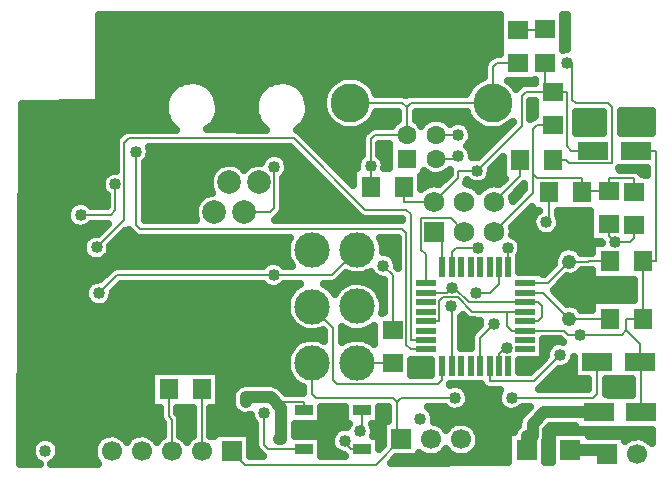
<source format=gbr>
G04 DipTrace 2.4.0.2*
%INTop.gbr*%
%MOIN*%
%ADD14C,0.006*%
%ADD15C,0.0394*%
%ADD16C,0.025*%
%ADD19R,0.0669X0.0669*%
%ADD20C,0.0669*%
%ADD21R,0.063X0.0709*%
%ADD22R,0.0709X0.063*%
%ADD23R,0.1024X0.063*%
%ADD24R,0.0709X0.0661*%
%ADD26R,0.0689X0.0689*%
%ADD27C,0.0689*%
%ADD29C,0.1181*%
%ADD30C,0.0787*%
%ADD32R,0.0669X0.0197*%
%ADD33R,0.0197X0.0669*%
%ADD34R,0.0591X0.0354*%
%ADD35R,0.063X0.063*%
%ADD36C,0.063*%
%ADD37C,0.1299*%
%ADD38C,0.048*%
%ADD39C,0.04*%
%FSLAX44Y44*%
G04*
G70*
G90*
G75*
G01*
%LNTop*%
%LPD*%
X18262Y12074D2*
D14*
X18526Y11810D1*
Y10907D1*
X18956Y6535D2*
X17154D1*
X17015Y6396D1*
Y5456D1*
X17159Y5313D1*
Y5149D1*
X17240Y13571D2*
Y13074D1*
X18262D1*
X7085Y10021D2*
X7696Y10631D1*
X12902D1*
X21282Y9096D2*
X21725D1*
X21864Y9235D1*
Y9587D1*
X21725Y9726D1*
X21282D1*
X16559Y10940D2*
X16869Y10631D1*
Y8789D1*
X14190Y7690D2*
Y6675D1*
X14330Y6535D1*
X16876D1*
X17015Y6396D1*
X20838Y6535D2*
X23549D1*
X23688Y6674D1*
Y7741D1*
X17159Y5149D2*
X16301Y4291D1*
X11965D1*
X11503Y4753D1*
X12902Y10631D2*
X14850D1*
X15690Y11472D1*
X18855Y10205D2*
X18691Y10041D1*
X17975D1*
X21282Y9726D2*
X19412D1*
X18933Y10205D1*
X18855D1*
X18262Y13074D2*
X19067Y13879D1*
Y14114D1*
X19684D1*
X23555Y14780D2*
X22830D1*
X22691Y14919D1*
Y16740D1*
X22228D1*
X21940D1*
Y17714D1*
X19684Y14114D2*
X21171Y15601D1*
Y16601D1*
X21310Y16740D1*
X22228D1*
X19262Y12074D2*
X18808Y12528D1*
X17808D1*
Y11481D1*
X17975Y11315D1*
Y10356D1*
X19715Y11521D2*
X18980D1*
X18841Y11382D1*
Y10907D1*
X20240Y9002D2*
X19786Y8548D1*
Y7600D1*
X20262Y12074D2*
X21552Y13365D1*
Y13991D1*
X21691Y13852D1*
X23200D1*
Y13388D1*
X21552Y13991D2*
Y15499D1*
X21691Y15638D1*
X22228D1*
X24076Y13425D2*
Y13849D1*
X24932D1*
Y13397D1*
X23200Y13388D2*
Y13425D1*
X24076D1*
X25153Y6056D2*
Y7741D1*
X25105D1*
Y8336D1*
X24659Y8782D1*
Y9178D1*
X25216D1*
X21282Y8781D2*
X20838D1*
X20699Y8920D1*
Y9411D1*
X19515D1*
X19036Y9891D1*
X18557D1*
X18418Y9752D1*
Y9096D1*
X17975D1*
X25216Y9178D2*
Y11084D1*
X24659Y8782D2*
X24520Y8643D1*
X23108D1*
X20699Y9411D2*
X20838D1*
X21282D1*
X23108Y8643D2*
X22730D1*
X22591Y8781D1*
X21282D1*
X20201Y16365D2*
Y17554D1*
X20340Y17693D1*
X21067D1*
X9503Y4753D2*
Y5813D1*
X9401Y5915D1*
Y6816D1*
X20201Y16365D2*
X17478D1*
X17339Y16226D1*
Y15298D1*
X16137Y14260D2*
Y13571D1*
X17339Y15298D2*
X16276D1*
X16137Y15159D1*
Y14260D1*
X15461Y16365D2*
X17200D1*
X17339Y16226D1*
X15281Y5106D2*
Y5021D1*
X15481Y4821D1*
X15855D1*
X15690Y7692D2*
X16869Y7687D1*
X20262Y13074D2*
X21129Y13941D1*
Y14451D1*
X25216Y11084D2*
X25639D1*
Y14780D1*
X24972D1*
X24113Y9178D2*
X23388D1*
X23385Y9181D1*
X22759D1*
X21900Y10041D1*
X21282D1*
X24076Y12323D2*
Y11917D1*
X24276Y11717D1*
X24297D1*
X24793D1*
X24932Y11856D1*
Y12295D1*
X22700Y17696D2*
X22859D1*
Y16479D1*
X22969Y16369D1*
X24037D1*
X24176Y16230D1*
Y14356D1*
X22750D1*
X22655Y14451D1*
X22231D1*
X22453Y7960D2*
X21580Y7087D1*
X20101D1*
Y7600D1*
X19056Y15298D2*
X18323D1*
X19056Y14593D2*
X18974Y14511D1*
X18323D1*
X14190Y9580D2*
X14890Y8881D1*
Y7130D1*
X15029Y6991D1*
X18387D1*
X18526Y7130D1*
Y7600D1*
X20668Y8214D2*
X20616D1*
X20416Y8014D1*
Y7600D1*
X24113Y11084D2*
X23388D1*
X23385Y11081D1*
X22759D1*
X22034Y10356D1*
X21282D1*
X21994Y12387D2*
X22097Y12490D1*
Y13388D1*
X7633Y13649D2*
Y12785D1*
X7485Y12637D1*
X6476D1*
X7002Y11551D2*
X7933Y12481D1*
Y15047D1*
X8072Y15186D1*
X13571D1*
X15961Y12796D1*
X17332D1*
X17471Y12657D1*
Y8466D1*
X17975D1*
X8315Y14739D2*
Y12310D1*
X8454Y12171D1*
X17193D1*
X17332Y12032D1*
Y8290D1*
X17471Y8151D1*
X17975D1*
X10503Y4753D2*
Y5474D1*
Y5475D1*
Y6816D1*
X20702Y11521D2*
X20731Y11493D1*
Y10907D1*
X18833Y9582D2*
X18841Y9574D1*
Y7600D1*
X19641Y10024D2*
X20101D1*
X20416Y10339D1*
Y10907D1*
X15795Y5415D2*
X15855Y5475D1*
Y6120D1*
X12593Y6033D2*
Y4960D1*
X12732Y4821D1*
X13925D1*
X11927Y12720D2*
X12791D1*
X12930Y12859D1*
Y14222D1*
X21341Y4812D2*
D15*
Y5251D1*
X21535D1*
Y5660D1*
X21932Y6056D1*
X23735D1*
X13082Y5168D2*
X13147D1*
Y6212D1*
X12801Y6558D1*
X11975D1*
Y6406D1*
D14*
X13925D1*
Y6120D1*
X21940Y18817D2*
Y18796D1*
X21067D1*
X24029Y4653D2*
D15*
X23870Y4812D1*
X22790D1*
D39*
X5300Y4756D3*
X17788Y5848D3*
X12902Y10631D3*
X7085Y10021D3*
X20838Y6535D3*
X16559Y10940D3*
X18956Y6535D3*
X18855Y10205D3*
X19715Y11521D3*
X20240Y9002D3*
X15281Y5106D3*
X23108Y8643D3*
X16137Y14260D3*
X6476Y12637D3*
X7633Y13649D3*
X7002Y11551D3*
X8315Y14739D3*
X20702Y11521D3*
X18833Y9582D3*
X19641Y10024D3*
X15795Y5415D3*
X19684Y14114D3*
X12593Y6033D3*
X12930Y14222D3*
X21535Y5660D3*
X11975Y6406D3*
X13082Y5168D3*
X24297Y11717D3*
X22700Y17696D3*
X22453Y7960D3*
X19056Y15298D3*
Y14593D3*
X20668Y8214D3*
X21994Y12387D3*
X7121Y19048D2*
D16*
X20423D1*
X22582D2*
X22669D1*
X7121Y18800D2*
X20423D1*
X22582D2*
X22669D1*
X7117Y18551D2*
X20423D1*
X22582D2*
X22669D1*
X7117Y18302D2*
X20423D1*
X22582D2*
X22669D1*
X7113Y18054D2*
X20423D1*
X7113Y17805D2*
X20009D1*
X7109Y17556D2*
X19880D1*
X7109Y17308D2*
X19880D1*
X7106Y17059D2*
X9813D1*
X10539D2*
X12813D1*
X13539D2*
X14841D1*
X16082D2*
X19579D1*
X20820D2*
X21583D1*
X7106Y16810D2*
X9466D1*
X10887D2*
X12466D1*
X13887D2*
X14638D1*
X16285D2*
X19376D1*
X7102Y16561D2*
X9313D1*
X11039D2*
X12313D1*
X14039D2*
X14544D1*
X4551Y16313D2*
X9251D1*
X11102D2*
X12251D1*
X14102D2*
X14524D1*
X21492D2*
X21586D1*
X4547Y16064D2*
X9263D1*
X11094D2*
X12263D1*
X14094D2*
X14571D1*
X16348D2*
X17020D1*
X17660D2*
X19313D1*
X21492D2*
X21586D1*
X23012D2*
X23856D1*
X24496D2*
X25497D1*
X4547Y15815D2*
X9345D1*
X11012D2*
X12345D1*
X14012D2*
X14704D1*
X16215D2*
X17020D1*
X17660D2*
X18036D1*
X18609D2*
X19446D1*
X23012D2*
X23856D1*
X24496D2*
X25497D1*
X4547Y15567D2*
X9524D1*
X10828D2*
X12524D1*
X13828D2*
X14989D1*
X15930D2*
X16130D1*
X19461D2*
X19731D1*
X23012D2*
X23856D1*
X24496D2*
X25497D1*
X4543Y15318D2*
X7763D1*
X13883D2*
X15864D1*
X19547D2*
X20446D1*
X4543Y15069D2*
X7614D1*
X14129D2*
X15817D1*
X19484D2*
X20196D1*
X4539Y14821D2*
X7614D1*
X8797D2*
X13493D1*
X14379D2*
X15817D1*
X16457D2*
X16735D1*
X19484D2*
X19950D1*
X4539Y14572D2*
X7614D1*
X8773D2*
X12598D1*
X13262D2*
X13743D1*
X14629D2*
X15766D1*
X16508D2*
X16735D1*
X4535Y14323D2*
X7614D1*
X8637D2*
X11138D1*
X11715D2*
X12138D1*
X13410D2*
X13993D1*
X14875D2*
X15653D1*
X16621D2*
X16733D1*
X20336D2*
X20524D1*
X4535Y14075D2*
X7423D1*
X8637D2*
X10848D1*
X13395D2*
X14239D1*
X15125D2*
X15532D1*
X20172D2*
X20524D1*
X25148D2*
X25321D1*
X4531Y13826D2*
X7181D1*
X8637D2*
X10751D1*
X13250D2*
X14489D1*
X15375D2*
X15532D1*
X17844D2*
X18571D1*
X20074D2*
X20571D1*
X4531Y13577D2*
X7149D1*
X8637D2*
X10759D1*
X13250D2*
X14739D1*
X19629D2*
X19891D1*
X4531Y13329D2*
X7270D1*
X8637D2*
X10653D1*
X13250D2*
X14985D1*
X20957D2*
X21075D1*
X4527Y13080D2*
X6309D1*
X6641D2*
X7313D1*
X8637D2*
X10352D1*
X13250D2*
X15235D1*
X4527Y12831D2*
X6028D1*
X8637D2*
X10255D1*
X13250D2*
X15485D1*
X4523Y12582D2*
X5989D1*
X8637D2*
X10259D1*
X13098D2*
X15731D1*
X21211D2*
X21548D1*
X22441D2*
X23431D1*
X4523Y12334D2*
X6098D1*
X6856D2*
X7345D1*
X20965D2*
X21509D1*
X22481D2*
X23431D1*
X4520Y12085D2*
X7095D1*
X7977D2*
X8096D1*
X20895D2*
X21614D1*
X22371D2*
X23431D1*
X4520Y11836D2*
X6610D1*
X7731D2*
X13391D1*
X16488D2*
X17013D1*
X21070D2*
X23431D1*
X4516Y11588D2*
X6513D1*
X7492D2*
X13317D1*
X16563D2*
X17013D1*
X21188D2*
X23509D1*
X4516Y11339D2*
X6563D1*
X7441D2*
X13321D1*
X16824D2*
X17013D1*
X21156D2*
X22302D1*
X4516Y11090D2*
X6915D1*
X7090D2*
X12806D1*
X13000D2*
X13399D1*
X21117D2*
X22231D1*
X4512Y10842D2*
X7466D1*
X21117D2*
X22079D1*
X4512Y10593D2*
X7216D1*
X15254D2*
X16227D1*
X22910D2*
X23509D1*
X4508Y10344D2*
X6727D1*
X14941D2*
X15278D1*
X16102D2*
X16548D1*
X22465D2*
X24895D1*
X4508Y10096D2*
X6602D1*
X7602D2*
X13481D1*
X14898D2*
X14978D1*
X16398D2*
X16548D1*
X22289D2*
X24895D1*
X4504Y9847D2*
X6630D1*
X7543D2*
X13352D1*
X22535D2*
X24895D1*
X4504Y9598D2*
X6864D1*
X7305D2*
X13309D1*
X23070D2*
X23509D1*
X4504Y9350D2*
X13341D1*
X4500Y9101D2*
X13458D1*
X19160D2*
X19759D1*
X4500Y8852D2*
X13716D1*
X19160D2*
X19649D1*
X4496Y8603D2*
X14571D1*
X15211D2*
X16223D1*
X19160D2*
X19470D1*
X4496Y8355D2*
X13626D1*
X19160D2*
X19466D1*
X21906D2*
X22184D1*
X4492Y8106D2*
X13419D1*
X21906D2*
X21987D1*
X4492Y7857D2*
X13325D1*
X4488Y7609D2*
X13313D1*
X17512D2*
X18138D1*
X21117D2*
X21661D1*
X22781D2*
X22885D1*
X4488Y7360D2*
X8798D1*
X11109D2*
X13376D1*
X17512D2*
X18138D1*
X22297D2*
X22888D1*
X4488Y7111D2*
X8798D1*
X11109D2*
X13536D1*
X22047D2*
X23368D1*
X24008D2*
X24833D1*
X4484Y6863D2*
X8798D1*
X11109D2*
X11602D1*
X13176D2*
X13872D1*
X19313D2*
X19884D1*
X21797D2*
X23368D1*
X24008D2*
X24833D1*
X4484Y6614D2*
X8798D1*
X11109D2*
X11493D1*
X19438D2*
X20356D1*
X4481Y6365D2*
X8798D1*
X11109D2*
X11489D1*
X19414D2*
X20380D1*
X4481Y6117D2*
X9079D1*
X9719D2*
X10184D1*
X10824D2*
X11587D1*
X14512D2*
X15270D1*
X16441D2*
X16696D1*
X18191D2*
X18731D1*
X19184D2*
X20610D1*
X21066D2*
X21313D1*
X4477Y5868D2*
X9083D1*
X9816D2*
X10184D1*
X10824D2*
X12134D1*
X14512D2*
X15270D1*
X16441D2*
X16696D1*
X18277D2*
X21095D1*
X4477Y5619D2*
X9184D1*
X9824D2*
X10184D1*
X10824D2*
X12274D1*
X13633D2*
X15352D1*
X16238D2*
X16536D1*
X18555D2*
X18763D1*
X19555D2*
X21036D1*
X4477Y5370D2*
X9184D1*
X9824D2*
X10184D1*
X10824D2*
X12274D1*
X13633D2*
X14872D1*
X16281D2*
X16536D1*
X19742D2*
X20696D1*
X22023D2*
X22146D1*
X23434D2*
X25477D1*
X4473Y5122D2*
X4989D1*
X5609D2*
X7005D1*
X12129D2*
X12275D1*
X14512D2*
X14790D1*
X16441D2*
X16535D1*
X19781D2*
X20696D1*
X22004D2*
X22144D1*
X4473Y4873D2*
X4825D1*
X5773D2*
X6891D1*
X12129D2*
X12289D1*
X14512D2*
X14852D1*
X19715D2*
X20696D1*
X21984D2*
X22149D1*
X4469Y4624D2*
X4829D1*
X5770D2*
X6891D1*
X12129D2*
X12485D1*
X14512D2*
X15235D1*
X18473D2*
X18845D1*
X19473D2*
X20696D1*
X21984D2*
X22149D1*
X4469Y4376D2*
X5009D1*
X5594D2*
X7013D1*
X11028Y5353D2*
X12103D1*
Y4583D1*
X12554Y4586D1*
X12384Y4751D1*
X12317Y4859D1*
X12298Y4960D1*
Y5675D1*
X12244Y5726D1*
X12175Y5830D1*
X12135Y5968D1*
X12080Y5953D1*
X11956Y5942D1*
X11833Y5963D1*
X11721Y6017D1*
X11626Y6099D1*
X11557Y6203D1*
X11518Y6321D1*
X11514Y6558D1*
X11525Y6659D1*
X11558Y6755D1*
X11610Y6841D1*
X11681Y6914D1*
X11766Y6970D1*
X11860Y7005D1*
X11975Y7020D1*
X12801D1*
X12924Y7003D1*
X13070Y6934D1*
X13304Y6708D1*
X13312Y6700D1*
X13895Y6701D1*
Y6890D1*
X13799Y6929D1*
X13692Y6994D1*
X13596Y7074D1*
X13513Y7167D1*
X13444Y7271D1*
X13391Y7385D1*
X13355Y7504D1*
X13337Y7628D1*
Y7753D1*
X13355Y7876D1*
X13391Y7996D1*
X13444Y8109D1*
X13513Y8213D1*
X13596Y8306D1*
X13692Y8386D1*
X13799Y8451D1*
X13914Y8500D1*
X14035Y8531D1*
X14159Y8545D1*
X14284Y8541D1*
X14406Y8518D1*
X14525Y8478D1*
X14598Y8440D1*
X14593Y8760D1*
X14551Y8802D1*
X14407Y8752D1*
X14284Y8730D1*
X14159Y8725D1*
X14035Y8739D1*
X13914Y8770D1*
X13799Y8819D1*
X13692Y8884D1*
X13596Y8964D1*
X13513Y9057D1*
X13444Y9161D1*
X13391Y9274D1*
X13355Y9394D1*
X13337Y9517D1*
Y9642D1*
X13355Y9766D1*
X13391Y9885D1*
X13444Y9999D1*
X13513Y10103D1*
X13596Y10196D1*
X13692Y10276D1*
X13789Y10335D1*
X13260Y10336D1*
X13224Y10296D1*
X13123Y10222D1*
X13006Y10178D1*
X12882Y10167D1*
X12760Y10189D1*
X12647Y10242D1*
X12547Y10334D1*
X11527Y10336D1*
X7816Y10334D1*
X7548Y10066D1*
X7533Y9897D1*
X7484Y9782D1*
X7407Y9685D1*
X7306Y9611D1*
X7189Y9567D1*
X7065Y9556D1*
X6943Y9578D1*
X6830Y9632D1*
X6736Y9713D1*
X6667Y9817D1*
X6628Y9935D1*
X6622Y10060D1*
X6649Y10182D1*
X6707Y10292D1*
X6793Y10382D1*
X6900Y10447D1*
X7019Y10481D1*
X7132Y10482D1*
X7487Y10840D1*
X7595Y10908D1*
X7696Y10926D1*
X12544D1*
X12610Y10993D1*
X12716Y11058D1*
X12836Y11092D1*
X12961D1*
X13081Y11060D1*
X13189Y10997D1*
X13257Y10927D1*
X13531Y10926D1*
X13444Y11051D1*
X13391Y11164D1*
X13355Y11284D1*
X13337Y11407D1*
Y11532D1*
X13355Y11656D1*
X13391Y11775D1*
X13439Y11878D1*
X8454Y11876D1*
X8330Y11904D1*
X8246Y11962D1*
X8070Y12147D1*
X7965Y12096D1*
X7465Y11596D1*
X7467Y11551D1*
X7451Y11428D1*
X7402Y11313D1*
X7324Y11215D1*
X7223Y11142D1*
X7107Y11098D1*
X6983Y11087D1*
X6860Y11109D1*
X6748Y11162D1*
X6654Y11244D1*
X6584Y11348D1*
X6545Y11466D1*
X6539Y11590D1*
X6566Y11712D1*
X6625Y11822D1*
X6710Y11913D1*
X6817Y11977D1*
X6937Y12011D1*
X7050Y12012D1*
X7377Y12343D1*
X6833Y12342D1*
X6798Y12301D1*
X6697Y12228D1*
X6581Y12184D1*
X6456Y12172D1*
X6334Y12194D1*
X6221Y12248D1*
X6127Y12330D1*
X6058Y12433D1*
X6019Y12552D1*
X6013Y12676D1*
X6040Y12798D1*
X6098Y12908D1*
X6184Y12998D1*
X6291Y13063D1*
X6411Y13097D1*
X6535Y13098D1*
X6656Y13066D1*
X6763Y13003D1*
X6831Y12933D1*
X7339Y12932D1*
X7338Y13289D1*
X7284Y13342D1*
X7215Y13445D1*
X7176Y13564D1*
X7170Y13688D1*
X7197Y13810D1*
X7256Y13920D1*
X7341Y14010D1*
X7448Y14075D1*
X7568Y14109D1*
X7642Y14110D1*
X7638Y14981D1*
Y15047D1*
X7666Y15172D1*
X7724Y15256D1*
X7863Y15395D1*
X7971Y15463D1*
X8072Y15481D1*
X9654D1*
X9542Y15575D1*
X9459Y15669D1*
X9390Y15773D1*
X9336Y15886D1*
X9298Y16005D1*
X9277Y16128D1*
X9273Y16252D1*
X9286Y16377D1*
X9316Y16498D1*
X9363Y16614D1*
X9425Y16722D1*
X9501Y16821D1*
X9591Y16908D1*
X9691Y16983D1*
X9801Y17042D1*
X9918Y17086D1*
X10039Y17114D1*
X10164Y17124D1*
X10289Y17117D1*
X10411Y17093D1*
X10529Y17053D1*
X10641Y16996D1*
X10743Y16925D1*
X10835Y16840D1*
X10914Y16744D1*
X10980Y16637D1*
X11029Y16523D1*
X11063Y16403D1*
X11082Y16220D1*
X11073Y16095D1*
X11048Y15973D1*
X11005Y15855D1*
X10947Y15745D1*
X10874Y15643D1*
X10788Y15553D1*
X10700Y15482D1*
X12654Y15481D1*
X12542Y15575D1*
X12459Y15669D1*
X12390Y15773D1*
X12336Y15886D1*
X12298Y16005D1*
X12277Y16128D1*
X12273Y16252D1*
X12286Y16377D1*
X12316Y16498D1*
X12363Y16614D1*
X12425Y16722D1*
X12501Y16821D1*
X12591Y16908D1*
X12691Y16983D1*
X12801Y17042D1*
X12918Y17086D1*
X13039Y17114D1*
X13164Y17124D1*
X13289Y17117D1*
X13411Y17093D1*
X13529Y17053D1*
X13641Y16996D1*
X13743Y16925D1*
X13835Y16840D1*
X13914Y16744D1*
X13980Y16637D1*
X14029Y16523D1*
X14063Y16403D1*
X14082Y16220D1*
X14073Y16095D1*
X14048Y15973D1*
X14005Y15855D1*
X13947Y15745D1*
X13874Y15643D1*
X13788Y15553D1*
X13674Y15465D1*
X13740Y15428D1*
X13956Y15218D1*
X15555Y13619D1*
X15557Y14190D1*
X15678D1*
X15674Y14299D1*
X15701Y14421D1*
X15760Y14531D1*
X15842Y14619D1*
Y15159D1*
X15871Y15284D1*
X15929Y15368D1*
X16068Y15507D1*
X16176Y15575D1*
X16276Y15593D1*
X16843D1*
X16910Y15689D1*
X17003Y15771D1*
X17044Y15798D1*
Y16068D1*
X16329Y16070D1*
X16242Y15890D1*
X16170Y15788D1*
X16085Y15697D1*
X15988Y15618D1*
X15881Y15553D1*
X15766Y15503D1*
X15646Y15470D1*
X15522Y15453D1*
X15397D1*
X15274Y15470D1*
X15153Y15504D1*
X15039Y15554D1*
X14932Y15619D1*
X14836Y15698D1*
X14750Y15789D1*
X14679Y15892D1*
X14621Y16003D1*
X14580Y16120D1*
X14555Y16243D1*
X14546Y16367D1*
X14555Y16492D1*
X14581Y16614D1*
X14623Y16732D1*
X14681Y16842D1*
X14753Y16944D1*
X14838Y17035D1*
X14935Y17114D1*
X15042Y17179D1*
X15157Y17228D1*
X15277Y17261D1*
X15401Y17278D1*
X15526D1*
X15650Y17260D1*
X15770Y17226D1*
X15884Y17176D1*
X15991Y17111D1*
X16087Y17031D1*
X16172Y16940D1*
X16244Y16838D1*
X16323Y16664D1*
X16711Y16660D1*
X17200D1*
X17324Y16632D1*
X17426Y16656D1*
X17728Y16660D1*
X19333D1*
X19421Y16842D1*
X19493Y16944D1*
X19579Y17035D1*
X19676Y17114D1*
X19783Y17179D1*
X19909Y17231D1*
X19906Y17554D1*
X19934Y17679D1*
X19992Y17763D1*
X20131Y17902D1*
X20239Y17970D1*
X20340Y17988D1*
X20448D1*
X20452Y18273D1*
X20448Y18216D1*
X20445Y19297D1*
X7098Y19296D1*
X7076Y16477D1*
X7014Y16372D1*
X6952Y16353D1*
X4525Y16341D1*
X4443Y4338D1*
X5102Y4337D1*
X5045Y4367D1*
X4951Y4448D1*
X4882Y4552D1*
X4843Y4671D1*
X4836Y4795D1*
X4864Y4917D1*
X4922Y5027D1*
X5008Y5117D1*
X5114Y5182D1*
X5234Y5216D1*
X5359Y5217D1*
X5479Y5185D1*
X5587Y5122D1*
X5673Y5032D1*
X5734Y4923D1*
X5765Y4756D1*
X5748Y4632D1*
X5699Y4518D1*
X5621Y4420D1*
X5495Y4337D1*
X7062Y4344D1*
X6958Y4502D1*
X6918Y4621D1*
X6904Y4744D1*
X6915Y4869D1*
X6951Y4988D1*
X7012Y5097D1*
X7094Y5191D1*
X7193Y5266D1*
X7306Y5319D1*
X7428Y5348D1*
X7553Y5351D1*
X7675Y5327D1*
X7790Y5279D1*
X7893Y5208D1*
X7979Y5118D1*
X8001Y5081D1*
X8094Y5191D1*
X8193Y5266D1*
X8306Y5319D1*
X8428Y5348D1*
X8553Y5351D1*
X8675Y5327D1*
X8790Y5279D1*
X8893Y5208D1*
X8979Y5118D1*
X9001Y5081D1*
X9094Y5191D1*
X9211Y5275D1*
X9208Y5694D1*
X9136Y5785D1*
X9110Y5864D1*
X9105Y6196D1*
X8821D1*
Y7435D1*
X9980Y7431D1*
X9923Y7435D1*
X11083D1*
Y6196D1*
X10798Y6191D1*
Y5275D1*
X10903Y5278D1*
Y5353D1*
X11028D1*
X10003Y5080D2*
X10094Y5191D1*
X10211Y5275D1*
X10208Y5850D1*
Y6196D1*
X9923Y6200D1*
X9980Y6196D1*
X9696Y6191D1*
Y6038D1*
X9768Y5943D1*
X9794Y5864D1*
X9798Y5563D1*
Y5278D1*
X9893Y5208D1*
X9979Y5118D1*
X10001Y5081D1*
X23658Y11704D2*
X23834D1*
X23820Y11743D1*
X23457D1*
Y12770D1*
X22620Y12769D1*
X22392D1*
Y12627D1*
X22428Y12554D1*
X22459Y12387D1*
X22443Y12263D1*
X22394Y12149D1*
X22316Y12051D1*
X22215Y11978D1*
X22099Y11934D1*
X21975Y11922D1*
X21852Y11944D1*
X21739Y11998D1*
X21645Y12080D1*
X21576Y12183D1*
X21537Y12302D1*
X21531Y12426D1*
X21558Y12548D1*
X21617Y12658D1*
X21702Y12749D1*
X21739Y12771D1*
X21517Y12769D1*
Y12914D1*
X20847Y12242D1*
X20871Y12074D1*
X20860Y11962D1*
X20989Y11887D1*
X21076Y11797D1*
X21136Y11688D1*
X21167Y11521D1*
X21151Y11397D1*
X21094Y11273D1*
Y10722D1*
X21881Y10719D1*
Y10653D1*
X21914D1*
X22259Y10998D1*
X22256Y11120D1*
X22281Y11242D1*
X22335Y11355D1*
X22415Y11450D1*
X22516Y11524D1*
X22631Y11570D1*
X22755Y11586D1*
X22879Y11572D1*
X22995Y11528D1*
X23098Y11456D1*
X23166Y11377D1*
X23532Y11379D1*
X23533Y11704D1*
X23658D1*
X24693Y10469D2*
X24443Y10465D1*
X23533D1*
Y10789D1*
X23170Y10786D1*
X23131Y10740D1*
X23036Y10659D1*
X22925Y10604D1*
X22803Y10578D1*
X22682Y10583D1*
X22240Y10145D1*
X22285Y10073D1*
X22680Y9678D1*
X22755Y9686D1*
X22879Y9672D1*
X22995Y9628D1*
X23098Y9556D1*
X23166Y9477D1*
X23533Y9473D1*
Y9797D1*
X24693Y9793D1*
X24636Y9797D1*
X24921Y9803D1*
X24920Y10465D1*
X24636Y10469D1*
X17488Y7786D2*
Y7286D1*
X18165D1*
X18162Y7786D1*
X17484Y7788D1*
X16249Y8338D2*
Y8932D1*
X16136Y8852D1*
X16025Y8795D1*
X15907Y8754D1*
X15784Y8732D1*
X15659Y8727D1*
X15535Y8741D1*
X15414Y8772D1*
X15299Y8821D1*
X15183Y8894D1*
X15185Y8384D1*
X15299Y8453D1*
X15414Y8502D1*
X15535Y8533D1*
X15659Y8547D1*
X15784Y8542D1*
X15906Y8520D1*
X16025Y8479D1*
X16136Y8422D1*
X16251Y8336D1*
X24465Y7162D2*
X23984Y7161D1*
X23982Y6671D1*
X24084Y6636D1*
X24512Y6632D1*
X24626Y6636D1*
X24856D1*
X24858Y7162D1*
X24328Y7165D1*
X23390Y7161D2*
X22911D1*
Y7883D1*
X22901Y7836D1*
X22852Y7721D1*
X22774Y7624D1*
X22674Y7550D1*
X22557Y7506D1*
X22406Y7500D1*
X21954Y7044D1*
X21743Y6842D1*
X21838Y6830D1*
X23397D1*
X23393Y7163D1*
X20603Y13831D2*
X20549D1*
Y14562D1*
X20145Y14158D1*
X20149Y14114D1*
X20132Y13991D1*
X20084Y13876D1*
X20006Y13779D1*
X19905Y13705D1*
X19789Y13661D1*
X19665Y13650D1*
X19542Y13672D1*
X19429Y13726D1*
X19350Y13794D1*
X19307Y13709D1*
X19389Y13670D1*
X19508Y13632D1*
X19616Y13570D1*
X19710Y13487D1*
X19759Y13422D1*
X19818Y13492D1*
X19913Y13574D1*
X20022Y13634D1*
X20141Y13672D1*
X20265Y13684D1*
X20389Y13670D1*
X20430Y13657D1*
X20603Y13833D1*
X16600Y14190D2*
X16717Y14186D1*
X16660Y14190D1*
X16757D1*
X16759Y15005D1*
X16429Y15003D1*
X16432Y14616D1*
X16511Y14536D1*
X16571Y14427D1*
X16602Y14260D1*
X16592Y14186D1*
X17819Y13929D2*
Y13491D1*
X17913Y13574D1*
X18022Y13634D1*
X18141Y13672D1*
X18265Y13684D1*
X18389Y13670D1*
X18430Y13657D1*
X18772Y14004D1*
Y14118D1*
X18597Y14000D1*
X18482Y13953D1*
X18359Y13932D1*
X18234Y13938D1*
X18114Y13970D1*
X18003Y14028D1*
X17919Y14091D1*
Y13931D1*
X17821D1*
X22985Y15359D2*
X23884D1*
X23881Y16078D1*
X23287Y16074D1*
X22984D1*
X22986Y15361D1*
X24473Y15359D2*
X25520D1*
X25524Y16098D1*
X24474Y16091D1*
X24471Y15359D1*
X25347Y14200D2*
X24425D1*
X24451Y14144D1*
X24932D1*
X25053Y14118D1*
X25155Y14041D1*
X25177Y14012D1*
X25313Y13977D1*
X25348D1*
X25344Y14198D1*
X24512Y5477D2*
X22959Y5476D1*
Y5597D1*
X22122Y5594D1*
X21996Y5467D1*
X21997Y5251D1*
X21960Y5033D1*
Y4404D1*
X22172Y4401D1*
X22170Y5408D1*
X23409D1*
X23415Y5274D1*
X23870D1*
X24054Y5252D1*
X24629D1*
Y5100D1*
X24719Y5166D1*
X24832Y5219D1*
X24954Y5247D1*
X25079Y5250D1*
X25201Y5227D1*
X25316Y5179D1*
X25419Y5108D1*
X25502Y5020D1*
X25503Y5473D1*
X24679Y5476D1*
X24376Y5480D1*
X20847Y5408D2*
X20905D1*
X20945Y5489D1*
X21045Y5605D1*
X21099Y5821D1*
X21158Y5931D1*
X21460Y6238D1*
X21201Y6240D1*
X21059Y6126D1*
X20943Y6082D1*
X20818Y6071D1*
X20696Y6093D1*
X20583Y6146D1*
X20489Y6228D1*
X20420Y6332D1*
X20381Y6450D1*
X20375Y6575D1*
X20402Y6696D1*
X20451Y6789D1*
X20101Y6792D1*
X19979Y6818D1*
X19880Y6892D1*
X19818Y7004D1*
X19422Y7001D1*
X18792D1*
X18771Y6962D1*
X18891Y6996D1*
X19015Y6997D1*
X19136Y6964D1*
X19243Y6901D1*
X19330Y6812D1*
X19390Y6703D1*
X19421Y6535D1*
X19404Y6412D1*
X19356Y6297D1*
X19278Y6200D1*
X19177Y6126D1*
X19061Y6082D1*
X18937Y6071D1*
X18814Y6093D1*
X18701Y6146D1*
X18601Y6238D1*
X18038Y6240D1*
X18162Y6124D1*
X18222Y6015D1*
X18253Y5848D1*
X18239Y5744D1*
X18331Y5724D1*
X18446Y5676D1*
X18549Y5605D1*
X18635Y5514D1*
X18657Y5478D1*
X18750Y5588D1*
X18849Y5663D1*
X18962Y5716D1*
X19084Y5744D1*
X19209Y5747D1*
X19331Y5724D1*
X19446Y5676D1*
X19549Y5605D1*
X19635Y5514D1*
X19700Y5408D1*
X19742Y5290D1*
X19759Y5149D1*
X19746Y5025D1*
X19707Y4907D1*
X19645Y4798D1*
X19562Y4705D1*
X19461Y4632D1*
X19348Y4580D1*
X19226Y4554D1*
X19101Y4553D1*
X18979Y4578D1*
X18864Y4627D1*
X18763Y4700D1*
X18660Y4822D1*
X18562Y4705D1*
X18461Y4632D1*
X18348Y4580D1*
X18226Y4554D1*
X18101Y4553D1*
X17979Y4578D1*
X17864Y4627D1*
X17760Y4703D1*
X17759Y4550D1*
X16973D1*
X16807Y4380D1*
X20719Y4396D1*
X20722Y5408D1*
X20847D1*
X22559Y19299D2*
X22555Y18237D1*
X22559Y18294D1*
Y18142D1*
X22634Y18157D1*
X22692D1*
X22695Y19202D1*
Y19297D1*
X22558D1*
X20845Y13240D2*
X20869Y13101D1*
X21257Y13490D1*
Y13650D1*
X20848Y13244D1*
X14584Y10337D2*
X14737Y10238D1*
X14827Y10151D1*
X14904Y10052D1*
X14940Y9987D1*
X15013Y10105D1*
X15096Y10198D1*
X15192Y10278D1*
X15299Y10343D1*
X15414Y10392D1*
X15535Y10423D1*
X15659Y10437D1*
X15784Y10432D1*
X15906Y10410D1*
X16025Y10369D1*
X16136Y10312D1*
X16237Y10240D1*
X16327Y10153D1*
X16404Y10054D1*
X16465Y9945D1*
X16509Y9828D1*
X16536Y9707D1*
X16546Y9582D1*
X16537Y9457D1*
X16517Y9370D1*
X16574Y9414D1*
Y10472D1*
X16417Y10498D1*
X16305Y10551D1*
X16210Y10633D1*
X16136Y10741D1*
X16025Y10684D1*
X15907Y10644D1*
X15784Y10621D1*
X15659Y10617D1*
X15535Y10630D1*
X15414Y10662D1*
X15331Y10697D1*
X15058Y10423D1*
X14950Y10355D1*
X14850Y10336D1*
X14588D1*
X16440Y11879D2*
X16509Y11718D1*
X16536Y11596D1*
X16546Y11472D1*
X16541Y11405D1*
X16618Y11401D1*
X16739Y11369D1*
X16846Y11306D1*
X16933Y11217D1*
X16993Y11108D1*
X17024Y10940D1*
X17019Y10898D1*
X17037Y10879D1*
Y11872D1*
X16447Y11876D1*
X16684Y5749D2*
X16720D1*
Y6242D1*
X16412Y6240D1*
X16415Y5678D1*
X16176D1*
X16228Y5583D1*
X16260Y5415D1*
X16243Y5292D1*
X16229Y5259D1*
X16415Y5263D1*
Y4821D1*
X16559Y4967D1*
Y5749D1*
X16684D1*
X21612Y17113D2*
X20731Y17111D1*
X20828Y17031D1*
X20913Y16940D1*
X20986Y16834D1*
X21101Y16949D1*
X21209Y17017D1*
X21310Y17035D1*
X21608D1*
Y17117D1*
Y15921D2*
X21612Y16218D1*
X21608Y16160D1*
X21603Y16445D1*
X21466D1*
Y15831D1*
X21591Y15914D1*
X21529Y15883D1*
X11929Y14146D2*
X11990Y14212D1*
X12090Y14286D1*
X12203Y14339D1*
X12324Y14370D1*
X12491Y14373D1*
X12552Y14493D1*
X12638Y14584D1*
X12744Y14649D1*
X12864Y14683D1*
X12989D1*
X13109Y14651D1*
X13217Y14588D1*
X13304Y14499D1*
X13364Y14390D1*
X13395Y14222D1*
X13378Y14099D1*
X13329Y13984D1*
X13252Y13887D1*
X13223Y13866D1*
X13225Y12859D1*
X13197Y12734D1*
X13139Y12650D1*
X12954Y12475D1*
Y12466D1*
X17176D1*
Y12501D1*
X15961D1*
X15837Y12530D1*
X15752Y12588D1*
X13446Y14891D1*
X8754D1*
X8780Y14739D1*
X8763Y14615D1*
X8714Y14500D1*
X8637Y14403D1*
X8609Y14382D1*
X8610Y12469D1*
X9829Y12466D1*
X10317D1*
X10272Y12651D1*
X10271Y12775D1*
X10293Y12898D1*
X10339Y13015D1*
X10405Y13120D1*
X10490Y13212D1*
X10590Y13286D1*
X10703Y13339D1*
X10867Y13373D1*
X10797Y13528D1*
X10772Y13651D1*
X10771Y13775D1*
X10793Y13898D1*
X10839Y14015D1*
X10905Y14120D1*
X10990Y14212D1*
X11090Y14286D1*
X11203Y14339D1*
X11324Y14370D1*
X11449Y14378D1*
X11572Y14362D1*
X11691Y14323D1*
X11800Y14263D1*
X11896Y14183D1*
X11928Y14143D1*
X21881Y8487D2*
Y7804D1*
X21993Y7917D1*
X21989Y7999D1*
X22016Y8121D1*
X22075Y8231D1*
X22160Y8321D1*
X22267Y8386D1*
X22387Y8420D1*
X22511Y8421D1*
X22545Y8412D1*
X22466Y8486D1*
X21884D1*
X21881Y8103D1*
X21877D1*
X21862Y7788D2*
X21096D1*
X21094Y7383D1*
X21460Y7384D1*
X21902Y7826D1*
X19137Y8200D2*
X19204Y8196D1*
X19494Y8200D1*
X19491Y8548D1*
X19519Y8672D1*
X19577Y8757D1*
X19779Y8958D1*
X19776Y9041D1*
X19793Y9114D1*
X19515Y9116D1*
X19391Y9145D1*
X19307Y9203D1*
X19205Y9305D1*
X19139Y9235D1*
X19136Y8449D1*
Y8203D1*
X19489Y8200D1*
X14486Y6238D2*
Y5678D1*
X13607D1*
X13609Y5263D1*
X14486D1*
Y4587D1*
X15297Y4586D1*
X15242Y4643D1*
X15138Y4664D1*
X15026Y4717D1*
X14932Y4799D1*
X14862Y4903D1*
X14823Y5021D1*
X14817Y5146D1*
X14844Y5267D1*
X14903Y5377D1*
X14988Y5468D1*
X15095Y5533D1*
X15215Y5567D1*
X15351Y5564D1*
X15411Y5676D1*
X15294Y5678D1*
Y6244D1*
X14876Y6240D1*
X14482D1*
X17832Y15604D2*
X17894Y15689D1*
X17988Y15771D1*
X18097Y15832D1*
X18216Y15868D1*
X18340Y15878D1*
X18464Y15861D1*
X18581Y15818D1*
X18686Y15751D1*
X18772Y15665D1*
X18870Y15725D1*
X18990Y15759D1*
X19115Y15760D1*
X19235Y15727D1*
X19343Y15664D1*
X19429Y15575D1*
X19489Y15466D1*
X19521Y15298D1*
X19504Y15175D1*
X19455Y15060D1*
X19355Y14947D1*
X19429Y14870D1*
X19489Y14760D1*
X19521Y14593D1*
X19515Y14551D1*
X19619Y14575D1*
X19732D1*
X20448Y15295D1*
X20876Y15726D1*
Y15745D1*
X20728Y15618D1*
X20621Y15553D1*
X20507Y15503D1*
X20386Y15470D1*
X20262Y15453D1*
X20138D1*
X20014Y15470D1*
X19894Y15504D1*
X19779Y15554D1*
X19672Y15619D1*
X19576Y15698D1*
X19491Y15789D1*
X19419Y15892D1*
X19362Y16003D1*
X19337Y16072D1*
X17951Y16070D1*
X17635D1*
X17634Y15801D1*
X17702Y15751D1*
X17790Y15662D1*
X17830Y15600D1*
D19*
X11503Y4753D3*
D20*
X10503D3*
X9503D3*
X8503D3*
X7503D3*
D21*
X24113Y11084D3*
X25216D3*
X24113Y9178D3*
X25216D3*
D22*
X16869Y7687D3*
Y8789D3*
D23*
X23688Y7741D3*
X25105D3*
D21*
X22231Y14451D3*
X21129D3*
X22097Y13388D3*
X23200D3*
D22*
X24076Y12323D3*
Y13425D3*
D21*
X16137Y13571D3*
X17240D3*
D23*
X23555Y14780D3*
X24972D3*
X23735Y6056D3*
X25153D3*
D24*
X21341Y4812D3*
X22790D3*
D22*
X21940Y18817D3*
Y17714D3*
D26*
X18262Y12074D3*
D27*
X19262D3*
X20262D3*
Y13074D3*
X19262D3*
X18262D3*
D29*
X14190Y7690D3*
Y9580D3*
Y11470D3*
X15690Y11472D3*
Y9582D3*
Y7692D3*
D19*
X24029Y4653D3*
D20*
X25029D3*
D19*
X17159Y5149D3*
D20*
X18159D3*
X19159D3*
D22*
X24932Y12295D3*
Y13397D3*
D21*
X10503Y6816D3*
X9401D3*
D22*
X21067Y18796D3*
Y17693D3*
X22228Y15638D3*
Y16740D3*
D30*
X12427Y13720D3*
X11927Y12720D3*
X11427Y13720D3*
X10927Y12720D3*
D32*
X21282Y8151D3*
Y8466D3*
Y8781D3*
Y9096D3*
Y9411D3*
Y9726D3*
Y10041D3*
Y10356D3*
D33*
X20731Y10907D3*
X20416D3*
X20101D3*
X19786D3*
X19471D3*
X19156D3*
X18841D3*
X18526D3*
D32*
X17975Y10356D3*
Y10041D3*
Y9726D3*
Y9411D3*
Y9096D3*
Y8781D3*
Y8466D3*
Y8151D3*
D33*
X18526Y7600D3*
X18841D3*
X19156D3*
X19471D3*
X19786D3*
X20101D3*
X20416D3*
X20731D3*
D34*
X13925Y6120D3*
Y4821D3*
X15855D3*
Y6120D3*
D35*
X17339Y14511D3*
D36*
X18323D3*
Y15298D3*
X17339D3*
D37*
X20201Y16365D3*
X15461D3*
D38*
X22759Y11081D3*
Y9181D3*
M02*

</source>
